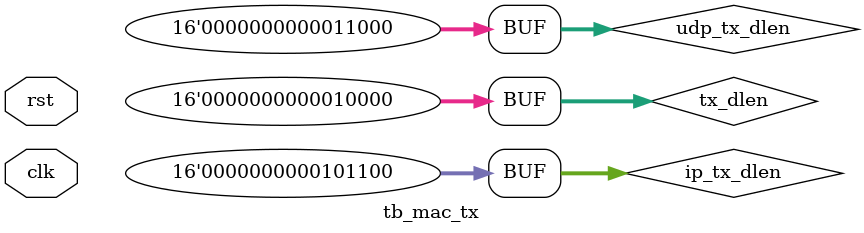
<source format=v>
module tb_mac_tx(
    input clk,
    input rst
);

    wire [15:0] tx_dlen; 
    wire [15:0] udp_tx_dlen, ip_tx_dlen;


    wire [7:0] udp_txd;
    wire [7:0] imp_txd;
    wire [7:0] ip_txd;
    wire [7:0] ip_mode_txd;
    wire [7:0] mac_txd;
    wire [7:0] mac_mode_txd;
    (*MARK_DEBUG = "true"*)wire [7:0] fifo_txd, fifo_rxd;
    (*MARK_DEBUG = "true"*)wire fifo_txen, fifo_rxen;
    (*MARK_DEBUG = "true"*)wire fifo_full;

    wire fs_fifo_tx, fd_fifo_tx;

    wire fs_eth_tx, fd_eth_rx;

    wire fs_tcp_tx, fd_tcp_tx;
    wire fs_udp_tx, fd_udp_tx;
    wire fs_icmp_tx, fd_icmp_tx;

    wire fs_ip_tx, fd_ip_tx;
    wire fs_arp_tx, fd_arp_tx;

    wire fs_mac_tx, fd_mac_tx;

    assign udp_tx_dlen = tx_dlen + 8'h8;
    assign ip_tx_dlen = tx_dlen + 8'd28;
    assign tx_dlen = 16'h10;

    assign fs_mac_tx = fs_eth_tx;
    assign fd_eth_tx = fd_mac_tx;

    (*MARK_DEBUG = "true"*)reg [7:0] state; 
    reg [7:0] next_state;

    localparam IDLE = 8'h00, WAIT = 8'h01, DONE = 8'h02; 
    localparam FIFO = 8'h13;
    localparam UDP0 = 8'h20, GAP0 = 8'h21, UDP1 = 8'h22, GAP1 = 8'h23;
    localparam UDP2 = 8'h24, GAP2 = 8'h25, UDP3 = 8'h26, GAP3 = 8'h27;

    localparam IP_MODE = 8'h11;
    localparam MAC_MODE = 16'h0800;

    assign fs_fifo_tx = (state == FIFO);
    assign fs_eth_tx = (state == UDP0) || (state == UDP1) || (state == UDP2) || (state == UDP3);


    always@(posedge clk or posedge rst) begin
        if(rst) state <= IDLE;
        else state <= next_state;
    end
    
    always@(*) begin
        case(state)
            IDLE: next_state <= WAIT;
            WAIT: next_state <= FIFO;
            FIFO: begin
                if(fd_fifo_tx) next_state <= UDP0;
                else next_state <= FIFO;
            end
            UDP0: begin
                if(fd_eth_tx) next_state <= GAP0;
                else next_state <= UDP0;
            end
            GAP0: next_state <= UDP1;
            UDP1: begin
                if(fd_eth_tx) next_state <= GAP1;
                else next_state <= UDP1;
            end
            GAP1: next_state <= UDP2;
            UDP2: begin
                if(fd_eth_tx) next_state <= GAP2;
                else next_state <= UDP2;
            end
            GAP2: next_state <= UDP3;
            UDP3: begin
                if(fd_eth_tx) next_state <= GAP3;
                else next_state <= UDP3;
            end
            GAP3: next_state <= DONE;
            DONE: next_state <= WAIT;
            default: next_state <= IDLE;
        endcase
    end


    fifo_tx
    fifo_tx_dut(
        .clk(clk),
        .rst(rst),
        .full(fifo_full),
        .fs(fs_fifo_tx),
        .fd(fd_fifo_tx),

        .fifo_txen(fifo_txen),
        .fifo_txd(fifo_txd)
    );


    udp_tx
    udp_tx_dut(
        .clk(clk),
        .rst(rst),
        .fs(fs_udp_tx),
        .fd(fd_udp_tx),
        .src_port(16'h1F90),
        .det_port(16'h1F90),
        .data_len(udp_tx_dlen),
        .fifo_rxen(fifo_rxen),
        .fifo_rxd(fifo_rxd),
        .udp_txd(udp_txd)
    );

    ip_tx
    ip_tx_dut(
        .clk(clk),
        .rst(rst),

        .data_len(ip_tx_dlen),
        .src_ip_addr(32'hC0A80002),
        .det_ip_addr(32'hC0A80003),

        .fs(fs_ip_tx),
        .fd(fd_ip_tx),

        .ip_mode(IP_MODE),

        .fs_udp(fs_udp_tx),
        .fd_udp(fd_udp_tx),
        .fs_icmp(fs_icmp_tx),
        .fd_icmp(fd_icmp_tx),
        .fs_tcp(fs_tcp_tx),
        .fd_tcp(fd_tcp_tx),

        .ip_mode_txd(ip_mode_txd),
        .ip_txd(ip_txd)
    );

    ip_tx_mode
    ip_tx_mode_dut(
        .clk(clk),

        .udp_txd(udp_txd),
        .tcp_txd(tcp_txd),
        .icmp_txd(icmp_txd),

        .tx_mode(IP_MODE),
        .txd(ip_mode_txd)
    );

    mac_tx
    mac_tx_dut(
        .clk(clk),
        .rst(rst),

        .src_mac_addr(48'h1A510F000001),
        .det_mac_addr(48'hFFFFFFFFFFFF),
        
        .fs(fs_mac_tx),
        .fd(fd_mac_tx),

        .mac_mode(MAC_MODE),

        .fs_ip(fs_ip_tx),
        .fd_ip(fd_ip_tx),
        .fs_arp(fs_arp_tx),
        .fd_arp(fd_arp_tx),

        .mac_mode_txd(mac_mode_txd),
        .mac_txd(mac_txd)
    );

    mac_tx_mode
    mac_tx_mode_dut(
        .clk(clk),
        .ip_txd(ip_txd),
        .arp_txd(arp_txd),

        .tx_mode(MAC_MODE),

        .txd(mac_mode_txd)
    );


    fifo_eth
    fifo_eth_dut(
        .wr_clk(clk),
        .full(fifo_full),
        .din(fifo_txd),
        .wr_en(fifo_txen),

        .rd_clk(clk),
        .dout(fifo_rxd),
        .rd_en(fifo_rxen)
    );



endmodule



</source>
